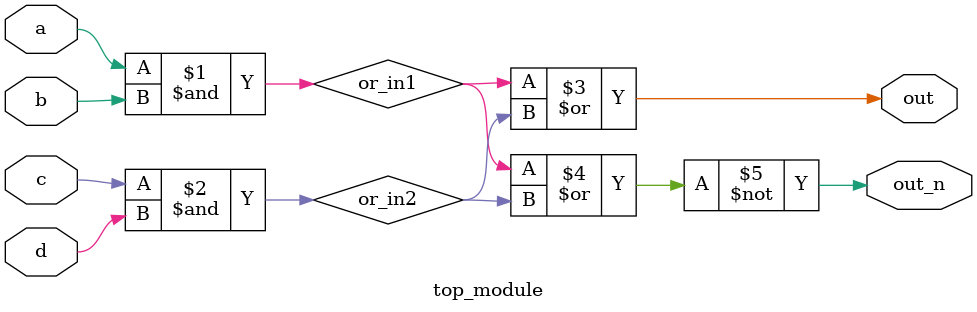
<source format=v>
`default_nettype none
module top_module(
    input a,
    input b,
    input c,
    input d,
    output out,
    output out_n   ); 
wire or_in1;
wire or_in2;
wire not_in;
    assign or_in1 = a&b;
    assign or_in2 = c&d;
    assign out = or_in1|or_in2;
    assign out_n = ~(or_in1|or_in2);
endmodule

</source>
